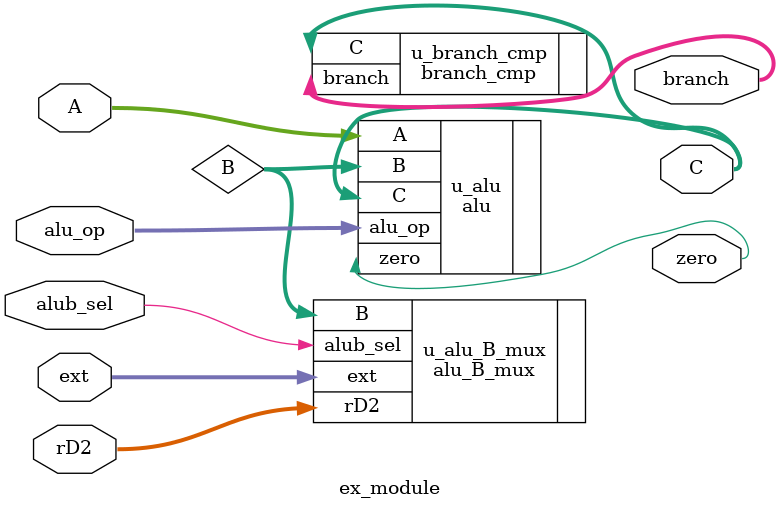
<source format=v>


module ex_module(
    input   alub_sel,
    input   [31:0]  A,
    input   [31:0]  rD2,
    input   [31:0]  ext,
    input   [3:0]   alu_op,
    output  zero,
    output  [1:0]   branch,
    output  [31:0]  C
    );
    
wire    [31:0]  B;

alu_B_mux u_alu_B_mux(
    .alub_sel(alub_sel),
    .rD2(rD2),
    .ext(ext),
    .B(B)
);
    
alu u_alu(
    .A(A),
    .B(B),
    .alu_op(alu_op),
    .zero(zero),
    .C(C)
);

branch_cmp u_branch_cmp(
    .C(C),
    .branch(branch)
);
    
endmodule

</source>
